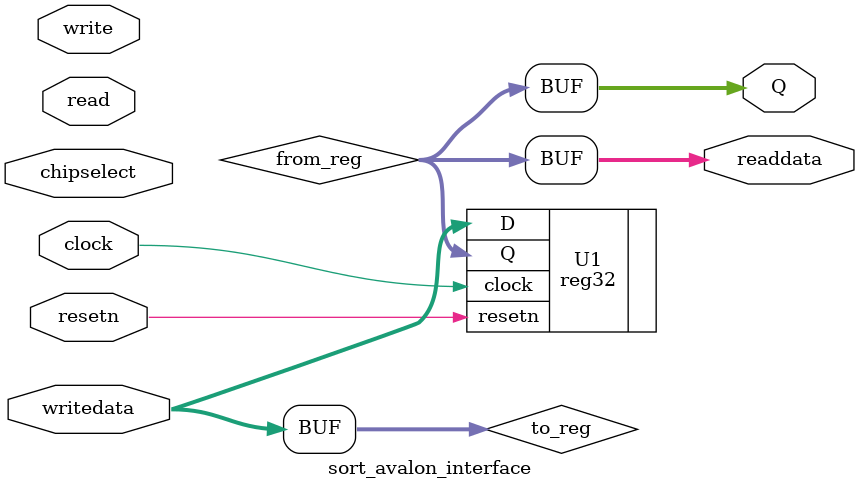
<source format=v>


module sort_avalon_interface(clock, resetn, write, writedata, read, readdata, chipselect, Q);
	
	//Standard clock and reset signals
	input clock, resetn;

	//Avalon MMI signals - These will automatically be detected and organized by Qsys
	input read, write, chipselect;
	input [31:0] writedata;
	output [31:0] readdata;

	//Signal for exporting register contents to the outside of the embedded system
	output [31:0] Q;

	//Internal signals used in this module only
	wire [31:0] to_reg, from_reg;

	assign to_reg = writedata;
	assign readdata = from_reg;
	assign Q = from_reg;

	reg32 U1 (.clock(clock), .resetn(resetn), .D(to_reg), .Q(from_reg));

endmodule

</source>
